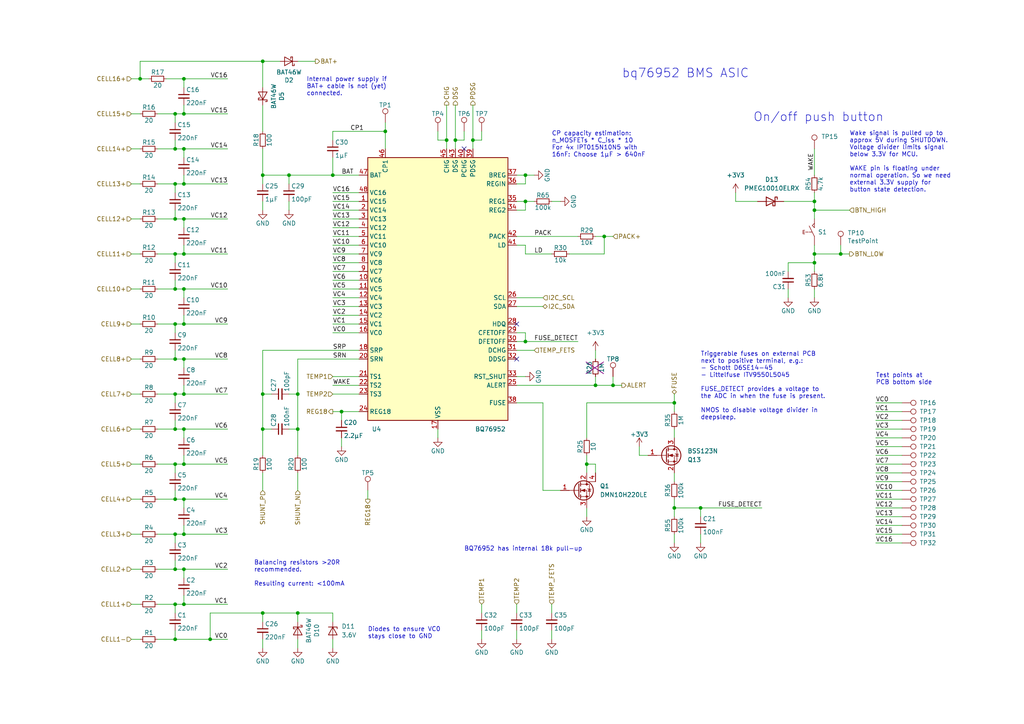
<source format=kicad_sch>
(kicad_sch (version 20211123) (generator eeschema)
  (paper "A4")
  (title_block (title "Libre Solar BMS C1") (date "2022-08-27") (rev "0.3") (company "Libre Solar Technologies GmbH") (comment 1 "Website: https://libre.solar") (comment 2 "Author: Martin Jäger") (comment 3 "License: CERN-OHL-W"))
  (junction (at 152.4 58.42))
  (junction (at 76.2 177.8))
  (junction (at 53.34 22.86) (diameter 0.9144))
  (junction (at 50.8 53.34) (diameter 0.9144))
  (junction (at 53.34 134.62) (diameter 0.9144))
  (junction (at 50.8 93.98) (diameter 0.9144))
  (junction (at 50.8 63.5) (diameter 0.9144))
  (junction (at 53.34 83.82) (diameter 0.9144))
  (junction (at 152.4 50.8))
  (junction (at 50.8 114.3) (diameter 0.9144))
  (junction (at 50.8 185.42) (diameter 0.9144))
  (junction (at 50.8 124.46) (diameter 0.9144))
  (junction (at 60.96 185.42) (diameter 0.9144))
  (junction (at 129.54 40.64))
  (junction (at 76.2 50.8) (diameter 0.9144))
  (junction (at 86.36 124.46) (diameter 0.9144))
  (junction (at 177.8 111.76))
  (junction (at 76.2 17.78))
  (junction (at 195.58 116.84))
  (junction (at 53.34 93.98) (diameter 0.9144))
  (junction (at 76.2 124.46) (diameter 0.9144))
  (junction (at 53.34 104.14) (diameter 0.9144))
  (junction (at 152.4 99.06))
  (junction (at 53.34 53.34) (diameter 0.9144))
  (junction (at 83.82 50.8) (diameter 0.9144))
  (junction (at 172.72 111.76))
  (junction (at 137.16 40.64))
  (junction (at 53.34 63.5) (diameter 0.9144))
  (junction (at 50.8 134.62) (diameter 0.9144))
  (junction (at 175.26 68.58))
  (junction (at 53.34 175.26) (diameter 0.9144))
  (junction (at 53.34 154.94) (diameter 0.9144))
  (junction (at 50.8 165.1) (diameter 0.9144))
  (junction (at 236.22 60.96))
  (junction (at 170.18 134.62))
  (junction (at 86.36 114.3))
  (junction (at 53.34 124.46) (diameter 0.9144))
  (junction (at 50.8 83.82) (diameter 0.9144))
  (junction (at 50.8 144.78) (diameter 0.9144))
  (junction (at 53.34 43.18) (diameter 0.9144))
  (junction (at 96.52 50.8) (diameter 0.9144))
  (junction (at 86.36 177.8))
  (junction (at 40.64 22.86) (diameter 0.9144))
  (junction (at 50.8 154.94) (diameter 0.9144))
  (junction (at 50.8 104.14) (diameter 0.9144))
  (junction (at 236.22 76.2))
  (junction (at 236.22 73.66) (diameter 0.9144))
  (junction (at 99.06 119.38))
  (junction (at 50.8 175.26) (diameter 0.9144))
  (junction (at 111.76 38.1) (diameter 0.9144))
  (junction (at 195.58 147.32))
  (junction (at 243.84 73.66))
  (junction (at 53.34 114.3) (diameter 0.9144))
  (junction (at 132.08 40.64))
  (junction (at 50.8 43.18) (diameter 0.9144))
  (junction (at 50.8 73.66) (diameter 0.9144))
  (junction (at 76.2 114.3) (diameter 0.9144))
  (junction (at 236.22 58.42))
  (junction (at 203.2 147.32))
  (junction (at 53.34 144.78) (diameter 0.9144))
  (junction (at 50.8 33.02) (diameter 0.9144))
  (junction (at 53.34 33.02) (diameter 0.9144))
  (junction (at 53.34 73.66) (diameter 0.9144))
  (junction (at 53.34 165.1) (diameter 0.9144))
  (no_connect (at 149.86 93.98))
  (no_connect (at 149.86 104.14))
  (no_connect (at 134.62 43.18))
  (wire (pts (xy 149.86 182.88) (xy 149.86 185.42)))
  (wire (pts (xy 104.14 119.38) (xy 99.06 119.38)))
  (wire (pts (xy 45.72 144.78) (xy 50.8 144.78)))
  (wire (pts (xy 50.8 144.78) (xy 50.8 142.24)))
  (wire (pts (xy 53.34 33.02) (xy 66.04 33.02)))
  (wire (pts (xy 50.8 93.98) (xy 50.8 96.52)))
  (wire (pts (xy 96.52 109.22) (xy 104.14 109.22)))
  (wire (pts (xy 254 119.38) (xy 261.62 119.38)))
  (wire (pts (xy 83.82 124.46) (xy 86.36 124.46)))
  (wire (pts (xy 86.36 137.16) (xy 86.36 142.24)))
  (wire (pts (xy 165.1 73.66) (xy 175.26 73.66)))
  (wire (pts (xy 50.8 33.02) (xy 50.8 35.56)))
  (wire (pts (xy 243.84 73.66) (xy 246.38 73.66)))
  (wire (pts (xy 86.36 177.8) (xy 86.36 180.34)))
  (wire (pts (xy 149.86 86.36) (xy 157.48 86.36)))
  (wire (pts (xy 45.72 154.94) (xy 50.8 154.94)))
  (wire (pts (xy 50.8 154.94) (xy 53.34 154.94)))
  (wire (pts (xy 53.34 154.94) (xy 53.34 152.4)))
  (wire (pts (xy 254 129.54) (xy 261.62 129.54)))
  (wire (pts (xy 213.36 55.88) (xy 213.36 58.42)))
  (wire (pts (xy 45.72 83.82) (xy 50.8 83.82)))
  (wire (pts (xy 50.8 83.82) (xy 50.8 81.28)))
  (wire (pts (xy 149.86 99.06) (xy 152.4 99.06)))
  (wire (pts (xy 45.72 114.3) (xy 50.8 114.3)))
  (wire (pts (xy 50.8 114.3) (xy 53.34 114.3)))
  (wire (pts (xy 53.34 114.3) (xy 53.34 111.76)))
  (wire (pts (xy 96.52 119.38) (xy 99.06 119.38)))
  (wire (pts (xy 160.02 58.42) (xy 162.56 58.42)))
  (wire (pts (xy 139.7 40.64) (xy 137.16 40.64)))
  (wire (pts (xy 254 154.94) (xy 261.62 154.94)))
  (wire (pts (xy 45.72 63.5) (xy 50.8 63.5)))
  (wire (pts (xy 50.8 63.5) (xy 50.8 60.96)))
  (wire (pts (xy 86.36 104.14) (xy 86.36 114.3)))
  (wire (pts (xy 104.14 104.14) (xy 86.36 104.14)))
  (wire (pts (xy 254 144.78) (xy 261.62 144.78)))
  (wire (pts (xy 96.52 58.42) (xy 104.14 58.42)))
  (wire (pts (xy 195.58 154.94) (xy 195.58 157.48)))
  (wire (pts (xy 53.34 175.26) (xy 66.04 175.26)))
  (wire (pts (xy 96.52 88.9) (xy 104.14 88.9)))
  (wire (pts (xy 53.34 83.82) (xy 66.04 83.82)))
  (wire (pts (xy 170.18 134.62) (xy 172.72 134.62)))
  (wire (pts (xy 152.4 50.8) (xy 154.94 50.8)))
  (wire (pts (xy 53.34 83.82) (xy 50.8 83.82)))
  (wire (pts (xy 53.34 86.36) (xy 53.34 83.82)))
  (wire (pts (xy 195.58 114.3) (xy 195.58 116.84)))
  (wire (pts (xy 40.64 22.86) (xy 40.64 17.78)))
  (wire (pts (xy 152.4 96.52) (xy 152.4 99.06)))
  (wire (pts (xy 38.1 33.02) (xy 40.64 33.02)))
  (wire (pts (xy 53.34 165.1) (xy 66.04 165.1)))
  (wire (pts (xy 254 121.92) (xy 261.62 121.92)))
  (wire (pts (xy 236.22 43.18) (xy 236.22 50.8)))
  (wire (pts (xy 96.52 38.1) (xy 111.76 38.1)))
  (wire (pts (xy 96.52 40.64) (xy 96.52 38.1)))
  (wire (pts (xy 111.76 38.1) (xy 111.76 43.18)))
  (wire (pts (xy 149.86 96.52) (xy 152.4 96.52)))
  (wire (pts (xy 50.8 53.34) (xy 50.8 55.88)))
  (wire (pts (xy 195.58 147.32) (xy 203.2 147.32)))
  (wire (pts (xy 38.1 114.3) (xy 40.64 114.3)))
  (wire (pts (xy 96.52 60.96) (xy 104.14 60.96)))
  (wire (pts (xy 254 147.32) (xy 261.62 147.32)))
  (wire (pts (xy 172.72 109.22) (xy 172.72 111.76)))
  (wire (pts (xy 127 40.64) (xy 129.54 40.64)))
  (wire (pts (xy 149.86 50.8) (xy 152.4 50.8)))
  (wire (pts (xy 45.72 43.18) (xy 50.8 43.18)))
  (wire (pts (xy 50.8 43.18) (xy 50.8 40.64)))
  (wire (pts (xy 152.4 60.96) (xy 152.4 58.42)))
  (wire (pts (xy 53.34 104.14) (xy 66.04 104.14)))
  (wire (pts (xy 96.52 111.76) (xy 104.14 111.76)))
  (wire (pts (xy 38.1 83.82) (xy 40.64 83.82)))
  (wire (pts (xy 254 157.48) (xy 261.62 157.48)))
  (wire (pts (xy 254 137.16) (xy 261.62 137.16)))
  (wire (pts (xy 152.4 99.06) (xy 167.64 99.06)))
  (wire (pts (xy 236.22 76.2) (xy 236.22 78.74)))
  (wire (pts (xy 96.52 177.8) (xy 96.52 180.34)))
  (wire (pts (xy 38.1 144.78) (xy 40.64 144.78)))
  (wire (pts (xy 177.8 111.76) (xy 180.34 111.76)))
  (wire (pts (xy 172.72 134.62) (xy 172.72 137.16)))
  (wire (pts (xy 203.2 147.32) (xy 203.2 149.86)))
  (wire (pts (xy 96.52 76.2) (xy 104.14 76.2)))
  (wire (pts (xy 50.8 175.26) (xy 50.8 177.8)))
  (wire (pts (xy 236.22 60.96) (xy 246.38 60.96)))
  (wire (pts (xy 170.18 134.62) (xy 170.18 137.16)))
  (wire (pts (xy 45.72 124.46) (xy 50.8 124.46)))
  (wire (pts (xy 50.8 124.46) (xy 50.8 121.92)))
  (wire (pts (xy 254 134.62) (xy 261.62 134.62)))
  (wire (pts (xy 76.2 185.42) (xy 76.2 187.96)))
  (wire (pts (xy 203.2 154.94) (xy 203.2 157.48)))
  (wire (pts (xy 228.6 76.2) (xy 236.22 76.2)))
  (wire (pts (xy 50.8 185.42) (xy 60.96 185.42)))
  (wire (pts (xy 60.96 185.42) (xy 66.04 185.42)))
  (wire (pts (xy 50.8 104.14) (xy 53.34 104.14)))
  (wire (pts (xy 53.34 104.14) (xy 53.34 106.68)))
  (wire (pts (xy 38.1 124.46) (xy 40.64 124.46)))
  (wire (pts (xy 53.34 63.5) (xy 66.04 63.5)))
  (wire (pts (xy 86.36 185.42) (xy 86.36 187.96)))
  (wire (pts (xy 60.96 177.8) (xy 76.2 177.8)))
  (wire (pts (xy 236.22 73.66) (xy 243.84 73.66)))
  (wire (pts (xy 53.34 53.34) (xy 66.04 53.34)))
  (wire (pts (xy 254 142.24) (xy 261.62 142.24)))
  (wire (pts (xy 96.52 185.42) (xy 96.52 187.96)))
  (wire (pts (xy 76.2 114.3) (xy 76.2 124.46)))
  (wire (pts (xy 254 116.84) (xy 261.62 116.84)))
  (wire (pts (xy 96.52 114.3) (xy 104.14 114.3)))
  (wire (pts (xy 96.52 81.28) (xy 104.14 81.28)))
  (wire (pts (xy 149.86 111.76) (xy 172.72 111.76)))
  (wire (pts (xy 149.86 58.42) (xy 152.4 58.42)))
  (wire (pts (xy 134.62 40.64) (xy 132.08 40.64)))
  (wire (pts (xy 96.52 73.66) (xy 104.14 73.66)))
  (wire (pts (xy 149.86 53.34) (xy 152.4 53.34)))
  (wire (pts (xy 172.72 101.6) (xy 172.72 104.14)))
  (wire (pts (xy 175.26 68.58) (xy 175.26 73.66)))
  (wire (pts (xy 96.52 91.44) (xy 104.14 91.44)))
  (wire (pts (xy 76.2 124.46) (xy 78.74 124.46)))
  (wire (pts (xy 149.86 101.6) (xy 154.94 101.6)))
  (wire (pts (xy 38.1 175.26) (xy 40.64 175.26)))
  (wire (pts (xy 83.82 50.8) (xy 96.52 50.8)))
  (wire (pts (xy 50.8 154.94) (xy 50.8 157.48)))
  (wire (pts (xy 149.86 116.84) (xy 157.48 116.84)))
  (wire (pts (xy 185.42 132.08) (xy 185.42 129.54)))
  (wire (pts (xy 254 149.86) (xy 261.62 149.86)))
  (wire (pts (xy 160.02 175.26) (xy 160.02 177.8)))
  (wire (pts (xy 53.34 124.46) (xy 66.04 124.46)))
  (wire (pts (xy 228.6 83.82) (xy 228.6 86.36)))
  (wire (pts (xy 76.2 114.3) (xy 78.74 114.3)))
  (wire (pts (xy 172.72 68.58) (xy 175.26 68.58)))
  (wire (pts (xy 96.52 63.5) (xy 104.14 63.5)))
  (wire (pts (xy 170.18 147.32) (xy 170.18 149.86)))
  (wire (pts (xy 96.52 83.82) (xy 104.14 83.82)))
  (wire (pts (xy 106.68 142.24) (xy 106.68 144.78)))
  (wire (pts (xy 96.52 66.04) (xy 104.14 66.04)))
  (wire (pts (xy 53.34 154.94) (xy 66.04 154.94)))
  (wire (pts (xy 50.8 144.78) (xy 53.34 144.78)))
  (wire (pts (xy 53.34 144.78) (xy 53.34 147.32)))
  (wire (pts (xy 149.86 175.26) (xy 149.86 177.8)))
  (wire (pts (xy 96.52 96.52) (xy 104.14 96.52)))
  (wire (pts (xy 76.2 177.8) (xy 86.36 177.8)))
  (wire (pts (xy 139.7 182.88) (xy 139.7 185.42)))
  (wire (pts (xy 152.4 73.66) (xy 160.02 73.66)))
  (wire (pts (xy 40.64 17.78) (xy 76.2 17.78)))
  (wire (pts (xy 76.2 17.78) (xy 76.2 25.4)))
  (wire (pts (xy 254 139.7) (xy 261.62 139.7)))
  (wire (pts (xy 50.8 134.62) (xy 50.8 137.16)))
  (wire (pts (xy 99.06 119.38) (xy 99.06 121.92)))
  (wire (pts (xy 96.52 55.88) (xy 104.14 55.88)))
  (wire (pts (xy 50.8 63.5) (xy 53.34 63.5)))
  (wire (pts (xy 53.34 63.5) (xy 53.34 66.04)))
  (wire (pts (xy 53.34 22.86) (xy 66.04 22.86)))
  (wire (pts (xy 38.1 63.5) (xy 40.64 63.5)))
  (wire (pts (xy 236.22 58.42) (xy 236.22 60.96)))
  (wire (pts (xy 45.72 33.02) (xy 50.8 33.02)))
  (wire (pts (xy 50.8 33.02) (xy 53.34 33.02)))
  (wire (pts (xy 53.34 33.02) (xy 53.34 30.48)))
  (wire (pts (xy 38.1 93.98) (xy 40.64 93.98)))
  (wire (pts (xy 152.4 50.8) (xy 152.4 53.34)))
  (wire (pts (xy 96.52 93.98) (xy 104.14 93.98)))
  (wire (pts (xy 152.4 71.12) (xy 149.86 71.12)))
  (wire (pts (xy 134.62 38.1) (xy 134.62 40.64)))
  (wire (pts (xy 195.58 116.84) (xy 170.18 116.84)))
  (wire (pts (xy 53.34 144.78) (xy 66.04 144.78)))
  (wire (pts (xy 149.86 68.58) (xy 167.64 68.58)))
  (wire (pts (xy 76.2 101.6) (xy 76.2 114.3)))
  (wire (pts (xy 104.14 101.6) (xy 76.2 101.6)))
  (wire (pts (xy 149.86 88.9) (xy 157.48 88.9)))
  (wire (pts (xy 195.58 144.78) (xy 195.58 147.32)))
  (wire (pts (xy 53.34 134.62) (xy 66.04 134.62)))
  (wire (pts (xy 96.52 78.74) (xy 104.14 78.74)))
  (wire (pts (xy 76.2 58.42) (xy 76.2 60.96)))
  (wire (pts (xy 236.22 83.82) (xy 236.22 86.36)))
  (wire (pts (xy 83.82 58.42) (xy 83.82 60.96)))
  (wire (pts (xy 170.18 116.84) (xy 170.18 127)))
  (wire (pts (xy 139.7 175.26) (xy 139.7 177.8)))
  (wire (pts (xy 76.2 17.78) (xy 81.28 17.78)))
  (wire (pts (xy 45.72 93.98) (xy 50.8 93.98)))
  (wire (pts (xy 50.8 93.98) (xy 53.34 93.98)))
  (wire (pts (xy 53.34 93.98) (xy 53.34 91.44)))
  (wire (pts (xy 254 127) (xy 261.62 127)))
  (wire (pts (xy 38.1 104.14) (xy 40.64 104.14)))
  (wire (pts (xy 76.2 30.48) (xy 76.2 38.1)))
  (wire (pts (xy 86.36 124.46) (xy 86.36 132.08)))
  (wire (pts (xy 38.1 22.86) (xy 40.64 22.86)))
  (wire (pts (xy 40.64 22.86) (xy 43.18 22.86)))
  (wire (pts (xy 170.18 132.08) (xy 170.18 134.62)))
  (wire (pts (xy 172.72 111.76) (xy 177.8 111.76)))
  (wire (pts (xy 132.08 30.48) (xy 132.08 40.64)))
  (wire (pts (xy 137.16 40.64) (xy 137.16 43.18)))
  (wire (pts (xy 38.1 185.42) (xy 40.64 185.42)))
  (wire (pts (xy 139.7 38.1) (xy 139.7 40.64)))
  (wire (pts (xy 45.72 73.66) (xy 50.8 73.66)))
  (wire (pts (xy 50.8 73.66) (xy 53.34 73.66)))
  (wire (pts (xy 53.34 73.66) (xy 53.34 71.12)))
  (wire (pts (xy 236.22 71.12) (xy 236.22 73.66)))
  (wire (pts (xy 53.34 93.98) (xy 66.04 93.98)))
  (wire (pts (xy 50.8 73.66) (xy 50.8 76.2)))
  (wire (pts (xy 50.8 43.18) (xy 53.34 43.18)))
  (wire (pts (xy 53.34 43.18) (xy 53.34 45.72)))
  (wire (pts (xy 152.4 73.66) (xy 152.4 71.12)))
  (wire (pts (xy 86.36 114.3) (xy 86.36 124.46)))
  (wire (pts (xy 48.26 22.86) (xy 53.34 22.86)))
  (wire (pts (xy 53.34 22.86) (xy 53.34 25.4)))
  (wire (pts (xy 38.1 134.62) (xy 40.64 134.62)))
  (wire (pts (xy 127 124.46) (xy 127 127)))
  (wire (pts (xy 76.2 124.46) (xy 76.2 132.08)))
  (wire (pts (xy 129.54 40.64) (xy 129.54 43.18)))
  (wire (pts (xy 38.1 53.34) (xy 40.64 53.34)))
  (wire (pts (xy 83.82 114.3) (xy 86.36 114.3)))
  (wire (pts (xy 254 132.08) (xy 261.62 132.08)))
  (wire (pts (xy 152.4 58.42) (xy 154.94 58.42)))
  (wire (pts (xy 127 38.1) (xy 127 40.64)))
  (wire (pts (xy 38.1 73.66) (xy 40.64 73.66)))
  (wire (pts (xy 53.34 73.66) (xy 66.04 73.66)))
  (wire (pts (xy 45.72 53.34) (xy 50.8 53.34)))
  (wire (pts (xy 50.8 53.34) (xy 53.34 53.34)))
  (wire (pts (xy 53.34 53.34) (xy 53.34 50.8)))
  (wire (pts (xy 86.36 177.8) (xy 96.52 177.8)))
  (wire (pts (xy 99.06 127) (xy 99.06 129.54)))
  (wire (pts (xy 254 124.46) (xy 261.62 124.46)))
  (wire (pts (xy 45.72 185.42) (xy 50.8 185.42)))
  (wire (pts (xy 50.8 185.42) (xy 50.8 182.88)))
  (wire (pts (xy 76.2 180.34) (xy 76.2 177.8)))
  (wire (pts (xy 50.8 124.46) (xy 53.34 124.46)))
  (wire (pts (xy 53.34 124.46) (xy 53.34 127)))
  (wire (pts (xy 236.22 60.96) (xy 236.22 63.5)))
  (wire (pts (xy 243.84 71.12) (xy 243.84 73.66)))
  (wire (pts (xy 50.8 114.3) (xy 50.8 116.84)))
  (wire (pts (xy 149.86 109.22) (xy 152.4 109.22)))
  (wire (pts (xy 160.02 182.88) (xy 160.02 185.42)))
  (wire (pts (xy 45.72 104.14) (xy 50.8 104.14)))
  (wire (pts (xy 50.8 104.14) (xy 50.8 101.6)))
  (wire (pts (xy 76.2 50.8) (xy 83.82 50.8)))
  (wire (pts (xy 76.2 53.34) (xy 76.2 50.8)))
  (wire (pts (xy 83.82 50.8) (xy 83.82 53.34)))
  (wire (pts (xy 195.58 147.32) (xy 195.58 149.86)))
  (wire (pts (xy 96.52 86.36) (xy 104.14 86.36)))
  (wire (pts (xy 254 152.4) (xy 261.62 152.4)))
  (wire (pts (xy 53.34 165.1) (xy 50.8 165.1)))
  (wire (pts (xy 53.34 167.64) (xy 53.34 165.1)))
  (wire (pts (xy 157.48 116.84) (xy 157.48 142.24)))
  (wire (pts (xy 187.96 132.08) (xy 185.42 132.08)))
  (wire (pts (xy 60.96 177.8) (xy 60.96 185.42)))
  (wire (pts (xy 45.72 165.1) (xy 50.8 165.1)))
  (wire (pts (xy 50.8 165.1) (xy 50.8 162.56)))
  (wire (pts (xy 111.76 35.56) (xy 111.76 38.1)))
  (wire (pts (xy 45.72 134.62) (xy 50.8 134.62)))
  (wire (pts (xy 50.8 134.62) (xy 53.34 134.62)))
  (wire (pts (xy 53.34 134.62) (xy 53.34 132.08)))
  (wire (pts (xy 76.2 137.16) (xy 76.2 142.24)))
  (wire (pts (xy 195.58 124.46) (xy 195.58 127)))
  (wire (pts (xy 132.08 40.64) (xy 132.08 43.18)))
  (wire (pts (xy 228.6 78.74) (xy 228.6 76.2)))
  (wire (pts (xy 96.52 68.58) (xy 104.14 68.58)))
  (wire (pts (xy 76.2 43.18) (xy 76.2 50.8)))
  (wire (pts (xy 38.1 43.18) (xy 40.64 43.18)))
  (wire (pts (xy 137.16 30.48) (xy 137.16 40.64)))
  (wire (pts (xy 129.54 30.48) (xy 129.54 40.64)))
  (wire (pts (xy 38.1 165.1) (xy 40.64 165.1)))
  (wire (pts (xy 177.8 109.22) (xy 177.8 111.76)))
  (wire (pts (xy 213.36 58.42) (xy 219.71 58.42)))
  (wire (pts (xy 38.1 154.94) (xy 40.64 154.94)))
  (wire (pts (xy 45.72 175.26) (xy 50.8 175.26)))
  (wire (pts (xy 50.8 175.26) (xy 53.34 175.26)))
  (wire (pts (xy 53.34 175.26) (xy 53.34 172.72)))
  (wire (pts (xy 96.52 71.12) (xy 104.14 71.12)))
  (wire (pts (xy 227.33 58.42) (xy 236.22 58.42)))
  (wire (pts (xy 195.58 119.38) (xy 195.58 116.84)))
  (wire (pts (xy 203.2 147.32) (xy 220.98 147.32)))
  (wire (pts (xy 236.22 55.88) (xy 236.22 58.42)))
  (wire (pts (xy 149.86 60.96) (xy 152.4 60.96)))
  (wire (pts (xy 96.52 50.8) (xy 96.52 45.72)))
  (wire (pts (xy 104.14 50.8) (xy 96.52 50.8)))
  (wire (pts (xy 86.36 17.78) (xy 91.44 17.78)))
  (wire (pts (xy 175.26 68.58) (xy 177.8 68.58)))
  (wire (pts (xy 53.34 43.18) (xy 66.04 43.18)))
  (wire (pts (xy 195.58 137.16) (xy 195.58 139.7)))
  (wire (pts (xy 53.34 114.3) (xy 66.04 114.3)))
  (wire (pts (xy 162.56 142.24) (xy 157.48 142.24)))
  (wire (pts (xy 236.22 73.66) (xy 236.22 76.2)))
  (text "BQ76952 has internal 18k pull-up" (at 134.62 160.02 0) (effects (font (size 1.27 1.27)) (justify left bottom)))
  (text "CP capacity estimation:\nn_MOSFETs * C_iss * 10\nFor 4x IPT015N10N5 with\n16nF: Choose 1µF > 640nF\n" (at 160.02 45.72 0) (effects (font (size 1.27 1.27)) (justify left bottom)))
  (text "Test points at \nPCB bottom side" (at 254 111.76 0) (effects (font (size 1.27 1.27)) (justify left bottom)))
  (text "bq76952 BMS ASIC" (at 180.34 22.86 0) (effects (font (size 2.54 2.54)) (justify left bottom)))
  (text "Wake signal is pulled up to\napprox 5V during SHUTDOWN.\nVoltage divider limits signal\nbelow 3.3V for MCU.\n\nWAKE pin is floating under\nnormal operation. So we need\nexternal 3.3V supply for\nbutton state detection." (at 246.38 55.88 0) (effects (font (size 1.27 1.27)) (justify left bottom)))
  (text "On/off push button" (at 218.44 35.56 0) (effects (font (size 2.54 2.54)) (justify left bottom)))
  (text "Triggerable fuses on external PCB\nnext to positive terminal, e.g.:\n- Schott D6SE14-45\n- Littelfuse ITV9550L5045\n\nFUSE_DETECT provides a voltage to\nthe ADC in when the fuse is present.\n\nNMOS to disable voltage divider in\ndeepsleep." (at 203.2 121.92 0) (effects (font (size 1.27 1.27)) (justify left bottom)))
  (text "Balancing resistors >20R\nrecommended.\n\nResulting current: <100mA" (at 73.66 170.18 0) (effects (font (size 1.27 1.27)) (justify left bottom)))
  (text "Internal power supply if\nBAT+ cable is not (yet)\nconnected." (at 88.9 27.94 0) (effects (font (size 1.27 1.27)) (justify left bottom)))
  (text "Diodes to ensure VC0\nstays close to GND" (at 106.68 185.42 0) (effects (font (size 1.27 1.27)) (justify left bottom)))
  (label "SRN" (at 96.52 104.14 0))
  (label "VC13" (at 96.52 63.5 0))
  (label "VC5" (at 66.04 134.62 180))
  (label "VC8" (at 96.52 76.2 0))
  (label "VC14" (at 96.52 60.96 0))
  (label "PACK" (at 154.94 68.58 0))
  (label "VC13" (at 254 149.86 0))
  (label "VC6" (at 66.04 124.46 180))
  (label "VC10" (at 66.04 83.82 180))
  (label "VC11" (at 66.04 73.66 180))
  (label "VC15" (at 254 154.94 0))
  (label "VC12" (at 66.04 63.5 180))
  (label "VC12" (at 254 147.32 0))
  (label "VC7" (at 254 134.62 0))
  (label "VC9" (at 96.52 73.66 0))
  (label "VC2" (at 66.04 165.1 180))
  (label "SRP" (at 96.52 101.6 0))
  (label "VC2" (at 254 121.92 0))
  (label "WAKE" (at 236.22 49.53 90))
  (label "FUSE_DETECT" (at 220.98 147.32 180))
  (label "VC8" (at 66.04 104.14 180))
  (label "VC9" (at 254 139.7 0))
  (label "VC1" (at 96.52 93.98 0))
  (label "VC3" (at 96.52 88.9 0))
  (label "FUSE_DETECT" (at 167.64 99.06 180))
  (label "VC6" (at 254 132.08 0))
  (label "VC16" (at 66.04 22.86 180))
  (label "VC12" (at 96.52 66.04 0))
  (label "VC0" (at 254 116.84 0))
  (label "CP1" (at 101.6 38.1 0))
  (label "WAKE" (at 96.52 111.76 0))
  (label "VC1" (at 254 119.38 0))
  (label "VC0" (at 66.04 185.42 180))
  (label "VC0" (at 96.52 96.52 0))
  (label "VC3" (at 254 124.46 0))
  (label "VC10" (at 96.52 71.12 0))
  (label "VC2" (at 96.52 91.44 0))
  (label "VC14" (at 66.04 43.18 180))
  (label "VC4" (at 66.04 144.78 180))
  (label "VC16" (at 254 157.48 0))
  (label "VC8" (at 254 137.16 0))
  (label "VC11" (at 96.52 68.58 0))
  (label "VC5" (at 254 129.54 0))
  (label "LD" (at 154.94 73.66 0))
  (label "BAT" (at 99.06 50.8 0))
  (label "VC1" (at 66.04 175.26 180))
  (label "VC15" (at 96.52 58.42 0))
  (label "VC4" (at 254 127 0))
  (label "VC13" (at 66.04 53.34 180))
  (label "VC10" (at 254 142.24 0))
  (label "VC14" (at 254 152.4 0))
  (label "VC7" (at 96.52 78.74 0))
  (label "VC3" (at 66.04 154.94 180))
  (label "VC5" (at 96.52 83.82 0))
  (label "VC9" (at 66.04 93.98 180))
  (label "VC4" (at 96.52 86.36 0))
  (label "VC6" (at 96.52 81.28 0))
  (label "VC11" (at 254 144.78 0))
  (label "VC15" (at 66.04 33.02 180))
  (label "VC7" (at 66.04 114.3 180))
  (label "VC16" (at 96.52 55.88 0))
  (hierarchical_label "CELL5+" (shape input) (at 38.1 134.62 180))
  (hierarchical_label "CELL9+" (shape input) (at 38.1 93.98 180))
  (hierarchical_label "CELL11+" (shape input) (at 38.1 73.66 180))
  (hierarchical_label "PDSG" (shape output) (at 137.16 30.48 90))
  (hierarchical_label "TEMP_FETS" (shape input) (at 160.02 175.26 90))
  (hierarchical_label "TEMP_FETS" (shape input) (at 154.94 101.6 0))
  (hierarchical_label "REG18" (shape output) (at 96.52 119.38 180))
  (hierarchical_label "CELL13+" (shape input) (at 38.1 53.34 180))
  (hierarchical_label "CELL4+" (shape input) (at 38.1 144.78 180))
  (hierarchical_label "CELL16+" (shape input) (at 38.1 22.86 180))
  (hierarchical_label "TEMP2" (shape input) (at 96.52 114.3 180))
  (hierarchical_label "CHG" (shape output) (at 129.54 30.48 90))
  (hierarchical_label "CELL8+" (shape input) (at 38.1 104.14 180))
  (hierarchical_label "CELL15+" (shape input) (at 38.1 33.02 180))
  (hierarchical_label "CELL1-" (shape input) (at 38.1 185.42 180))
  (hierarchical_label "BAT+" (shape output) (at 91.44 17.78 0))
  (hierarchical_label "CELL10+" (shape input) (at 38.1 83.82 180))
  (hierarchical_label "TEMP2" (shape input) (at 149.86 175.26 90))
  (hierarchical_label "FUSE" (shape bidirectional) (at 195.58 114.3 90))
  (hierarchical_label "SHUNT_P" (shape input) (at 76.2 142.24 270))
  (hierarchical_label "CELL7+" (shape input) (at 38.1 114.3 180))
  (hierarchical_label "CELL6+" (shape input) (at 38.1 124.46 180))
  (hierarchical_label "ALERT" (shape output) (at 180.34 111.76 0))
  (hierarchical_label "PACK+" (shape input) (at 177.8 68.58 0))
  (hierarchical_label "CELL1+" (shape input) (at 38.1 175.26 180))
  (hierarchical_label "I2C_SCL" (shape input) (at 157.48 86.36 0))
  (hierarchical_label "REG18" (shape output) (at 106.68 144.78 270))
  (hierarchical_label "DSG" (shape output) (at 132.08 30.48 90))
  (hierarchical_label "CELL14+" (shape input) (at 38.1 43.18 180))
  (hierarchical_label "BTN_LOW" (shape output) (at 246.38 73.66 0))
  (hierarchical_label "CELL2+" (shape input) (at 38.1 165.1 180))
  (hierarchical_label "SHUNT_N" (shape input) (at 86.36 142.24 270))
  (hierarchical_label "BTN_HIGH" (shape input) (at 246.38 60.96 0))
  (hierarchical_label "CELL12+" (shape input) (at 38.1 63.5 180))
  (hierarchical_label "CELL3+" (shape input) (at 38.1 154.94 180))
  (hierarchical_label "I2C_SDA" (shape bidirectional) (at 157.48 88.9 0))
  (hierarchical_label "TEMP1" (shape input) (at 96.52 109.22 180))
  (hierarchical_label "TEMP1" (shape input) (at 139.7 175.26 90))
  (symbol (lib_id "LibreSolar:C") (at 81.28 114.3 90) (unit 1)
    (property "Reference" "C27" (at 79.375 113.665 0) (effects (justify left)))
    (property "Value" "100pF" (at 83.185 113.665 0) (effects (justify left)))
    (property "Footprint" "LibreSolar:C_0603_1608" (effects hide))
    (property "Manufacturer" "any" (effects hide))
    (property "Remarks" "100V, C0G/NP0" (effects hide))
  )
  (symbol (lib_id "LibreSolar:R") (at 43.18 185.42 90) (mirror x) (unit 1)
    (property "Reference" "R1" (at 43.18 183.515 90))
    (property "Value" "20" (at 43.18 187.325 90))
    (property "Footprint" "LibreSolar:R_2010_5025" (effects hide))
    (property "Manufacturer" "Yageo" (effects hide))
    (property "PartNumber" "RC2010JK-0720RL" (effects hide))
  )
  (symbol (lib_id "LibreSolar:C") (at 50.8 180.34 0) (unit 1)
    (property "Reference" "C1" (at 51.435 178.435 0) (effects (justify left)))
    (property "Value" "220nF" (at 51.435 182.245 0) (effects (justify left)))
    (property "Footprint" "LibreSolar:C_0603_1608" (effects hide))
    (property "Manufacturer" "any" (effects hide))
  )
  (symbol (lib_id "LibreSolar:SW_PUSH") (at 236.22 67.31 90) (unit 1)
    (property "Reference" "S1" (at 237.236 67.31 90) (effects (justify right)))
    (property "Value" "SW_PUSH" (effects hide))
    (property "Footprint" "Button_Switch_SMD:SW_SPST_TL3305A" (effects hide))
  )
  (symbol (lib_id "LibreSolar:R") (at 236.22 53.34 0) (mirror x) (unit 1)
    (property "Reference" "R54" (at 234.442 53.34 90))
    (property "Value" "4.7k" (at 237.998 53.34 90))
    (property "Footprint" "LibreSolar:R_0603_1608" (effects hide))
    (property "Manufacturer" "any" (effects hide))
  )
  (symbol (lib_id "LibreSolar:R") (at 236.22 81.28 0) (mirror x) (unit 1)
    (property "Reference" "R53" (at 234.442 81.28 90))
    (property "Value" "6.8k" (at 237.998 81.28 90))
    (property "Footprint" "LibreSolar:R_0603_1608" (effects hide))
    (property "Manufacturer" "any" (effects hide))
  )
  (symbol (lib_id "power:GND") (at 139.7 185.42 0) (unit 1)
    (property "Reference" "#PWR0109" (effects hide))
    (property "Value" "GND" (at 139.7 189.23 0))
  )
  (symbol (lib_id "LibreSolar:D_Schottky") (at 76.2 27.94 90) (unit 1)
    (property "Reference" "D5" (at 81.6864 27.94 0))
    (property "Value" "BAT46W" (at 79.375 27.94 0))
    (property "Footprint" "LibreSolar:D_SOD-123" (effects hide))
    (property "Manufacturer" "Diodes Incorporated" (effects hide))
    (property "PartNumber" "BAT46W-7-F" (effects hide))
    (property "Remarks" "Alternative: MCC BAT46WHE3-TP" (effects hide))
  )
  (symbol (lib_id "power:GND") (at 76.2 187.96 0) (unit 1)
    (property "Reference" "#PWR013" (effects hide))
    (property "Value" "GND" (at 76.2 191.77 0))
  )
  (symbol (lib_id "LibreSolar:R") (at 162.56 73.66 90) (mirror x) (unit 1)
    (property "Reference" "R30" (at 162.56 71.882 90))
    (property "Value" "10k" (at 162.56 75.438 90))
    (property "Footprint" "LibreSolar:R_0603_1608" (effects hide))
    (property "Manufacturer" "any" (effects hide))
  )
  (symbol (lib_id "Connector:TestPoint") (at 134.62 38.1 0) (mirror y) (unit 1)
    (property "Reference" "TP6" (at 134.62 33.02 0))
    (property "Value" "TestPoint" (effects hide))
    (property "Footprint" "TestPoint:TestPoint_Pad_D1.5mm" (effects hide))
  )
  (symbol (lib_id "LibreSolar:C") (at 50.8 38.1 0) (unit 1)
    (property "Reference" "C15" (at 51.435 36.195 0) (effects (justify left)))
    (property "Value" "220nF" (at 51.435 40.005 0) (effects (justify left)))
    (property "Footprint" "LibreSolar:C_0603_1608" (effects hide))
    (property "Manufacturer" "any" (effects hide))
  )
  (symbol (lib_id "LibreSolar:R") (at 43.18 114.3 90) (mirror x) (unit 1)
    (property "Reference" "R8" (at 43.18 112.395 90))
    (property "Value" "20" (at 43.18 116.205 90))
    (property "Footprint" "LibreSolar:R_2010_5025" (effects hide))
    (property "Manufacturer" "Yageo" (effects hide))
    (property "PartNumber" "RC2010JK-0720RL" (effects hide))
  )
  (symbol (lib_id "LibreSolar:C") (at 50.8 78.74 0) (unit 1)
    (property "Reference" "C11" (at 51.435 76.835 0) (effects (justify left)))
    (property "Value" "220nF" (at 51.435 80.645 0) (effects (justify left)))
    (property "Footprint" "LibreSolar:C_0603_1608" (effects hide))
    (property "Manufacturer" "any" (effects hide))
  )
  (symbol (lib_id "Connector:TestPoint") (at 177.8 109.22 0) (unit 1)
    (property "Reference" "TP8" (at 177.8 104.14 0))
    (property "Value" "TestPoint" (effects hide))
    (property "Footprint" "TestPoint:TestPoint_Pad_D1.5mm" (effects hide))
  )
  (symbol (lib_id "LibreSolar:R") (at 43.18 175.26 90) (mirror x) (unit 1)
    (property "Reference" "R2" (at 43.18 173.355 90))
    (property "Value" "20" (at 43.18 177.165 90))
    (property "Footprint" "LibreSolar:R_2010_5025" (effects hide))
    (property "Manufacturer" "Yageo" (effects hide))
    (property "PartNumber" "RC2010JK-0720RL" (effects hide))
  )
  (symbol (lib_id "LibreSolar:C") (at 53.34 48.26 0) (unit 1)
    (property "Reference" "C14" (at 53.975 46.355 0) (effects (justify left)))
    (property "Value" "220nF" (at 53.975 50.165 0) (effects (justify left)))
    (property "Footprint" "LibreSolar:C_0603_1608" (effects hide))
    (property "Manufacturer" "any" (effects hide))
  )
  (symbol (lib_id "power:GND") (at 154.94 50.8 90) (unit 1)
    (property "Reference" "#PWR0101" (effects hide))
    (property "Value" "GND" (at 158.75 50.8 0))
  )
  (symbol (lib_id "LibreSolar:C") (at 53.34 68.58 0) (unit 1)
    (property "Reference" "C12" (at 53.975 66.675 0) (effects (justify left)))
    (property "Value" "220nF" (at 53.975 70.485 0) (effects (justify left)))
    (property "Footprint" "LibreSolar:C_0603_1608" (effects hide))
    (property "Manufacturer" "any" (effects hide))
  )
  (symbol (lib_id "LibreSolar:C") (at 53.34 129.54 0) (unit 1)
    (property "Reference" "C6" (at 53.975 127.635 0) (effects (justify left)))
    (property "Value" "220nF" (at 53.975 131.445 0) (effects (justify left)))
    (property "Footprint" "LibreSolar:C_0603_1608" (effects hide))
    (property "Manufacturer" "any" (effects hide))
  )
  (symbol (lib_id "LibreSolar:R") (at 195.58 152.4 0) (mirror x) (unit 1)
    (property "Reference" "R55" (at 193.675 152.4 90))
    (property "Value" "100k" (at 197.485 152.4 90))
    (property "Footprint" "LibreSolar:R_0603_1608" (effects hide))
    (property "Manufacturer" "any" (effects hide))
  )
  (symbol (lib_id "LibreSolar:R") (at 76.2 134.62 0) (mirror x) (unit 1)
    (property "Reference" "R19" (at 74.295 134.62 90))
    (property "Value" "100" (at 78.105 134.62 90))
    (property "Footprint" "LibreSolar:R_0603_1608" (effects hide))
    (property "Manufacturer" "any" (effects hide))
  )
  (symbol (lib_id "Connector:TestPoint") (at 111.76 35.56 0) (unit 1)
    (property "Reference" "TP1" (at 111.76 30.48 0))
    (property "Value" "TestPoint" (effects hide))
    (property "Footprint" "TestPoint:TestPoint_Pad_D1.5mm" (effects hide))
  )
  (symbol (lib_id "power:GND") (at 86.36 187.96 0) (unit 1)
    (property "Reference" "#PWR0157" (effects hide))
    (property "Value" "GND" (at 86.36 191.77 0))
  )
  (symbol (lib_id "Connector:TestPoint") (at 261.62 121.92 270) (mirror x) (unit 1)
    (property "Reference" "TP18" (at 266.7 121.9201 90) (effects (justify left)))
    (property "Value" "TestPoint" (effects hide))
    (property "Footprint" "TestPoint:TestPoint_Pad_1.0x1.0mm" (effects hide))
  )
  (symbol (lib_id "LibreSolar:R") (at 43.18 93.98 90) (mirror x) (unit 1)
    (property "Reference" "R10" (at 43.18 92.075 90))
    (property "Value" "20" (at 43.18 95.885 90))
    (property "Footprint" "LibreSolar:R_2010_5025" (effects hide))
    (property "Manufacturer" "Yageo" (effects hide))
    (property "PartNumber" "RC2010JK-0720RL" (effects hide))
  )
  (symbol (lib_id "LibreSolar:R") (at 157.48 58.42 90) (mirror x) (unit 1)
    (property "Reference" "R65" (at 157.48 56.642 90))
    (property "Value" "100k" (at 157.48 60.198 90))
    (property "Footprint" "LibreSolar:R_0603_1608" (effects hide))
    (property "Manufacturer" "any" (effects hide))
  )
  (symbol (lib_id "Connector:TestPoint") (at 139.7 38.1 0) (unit 1)
    (property "Reference" "TP7" (at 139.7 33.02 0))
    (property "Value" "TestPoint" (effects hide))
    (property "Footprint" "TestPoint:TestPoint_Pad_D1.5mm" (effects hide))
  )
  (symbol (lib_id "Device:Q_NMOS_GSD") (at 193.04 132.08 0) (unit 1)
    (property "Reference" "Q13" (at 199.39 133.3501 0) (effects (justify left)))
    (property "Value" "BSS123N" (at 199.39 130.8101 0) (effects (justify left)))
    (property "Footprint" "LibreSolar:SOT-23" (effects hide))
    (property "Manufacturer" "any" (effects hide))
    (property "PartNumber" "BSS123N" (effects hide))
  )
  (symbol (lib_id "Connector:TestPoint") (at 261.62 127 270) (mirror x) (unit 1)
    (property "Reference" "TP20" (at 266.7 127.0001 90) (effects (justify left)))
    (property "Value" "TestPoint" (effects hide))
    (property "Footprint" "TestPoint:TestPoint_Pad_1.0x1.0mm" (effects hide))
  )
  (symbol (lib_id "Connector:TestPoint") (at 261.62 157.48 270) (mirror x) (unit 1)
    (property "Reference" "TP32" (at 266.7 157.4801 90) (effects (justify left)))
    (property "Value" "TestPoint" (effects hide))
    (property "Footprint" "TestPoint:TestPoint_Pad_1.0x1.0mm" (effects hide))
    (property "Reference" "TP32" (effects hide))
    (property "Value" "TestPoint" (effects hide))
  )
  (symbol (lib_id "LibreSolar:C") (at 76.2 55.88 0) (unit 1)
    (property "Reference" "C25" (at 76.835 53.975 0) (effects (justify left)))
    (property "Value" "1µF" (at 76.835 57.785 0) (effects (justify left)))
    (property "Footprint" "LibreSolar:C_1206_3216" (effects hide))
    (property "Manufacturer" "any" (effects hide))
    (property "Remarks" "100V, X7R" (effects hide))
  )
  (symbol (lib_id "power:GND") (at 152.4 109.22 90) (unit 1)
    (property "Reference" "#PWR0118" (effects hide))
    (property "Value" "GND" (at 156.21 109.22 0))
  )
  (symbol (lib_id "Connector:TestPoint") (at 261.62 116.84 270) (mirror x) (unit 1)
    (property "Reference" "TP16" (at 266.7 116.8401 90) (effects (justify left)))
    (property "Value" "TestPoint" (effects hide))
    (property "Footprint" "TestPoint:TestPoint_Pad_1.0x1.0mm" (effects hide))
  )
  (symbol (lib_id "LibreSolar:R") (at 45.72 22.86 90) (mirror x) (unit 1)
    (property "Reference" "R17" (at 45.72 20.955 90))
    (property "Value" "20" (at 45.72 24.765 90))
    (property "Footprint" "LibreSolar:R_2010_5025" (effects hide))
    (property "Manufacturer" "Yageo" (effects hide))
    (property "PartNumber" "RC2010JK-0720RL" (effects hide))
  )
  (symbol (lib_id "LibreSolar:C") (at 50.8 139.7 0) (unit 1)
    (property "Reference" "C5" (at 51.435 137.795 0) (effects (justify left)))
    (property "Value" "220nF" (at 51.435 141.605 0) (effects (justify left)))
    (property "Footprint" "LibreSolar:C_0603_1608" (effects hide))
    (property "Manufacturer" "any" (effects hide))
  )
  (symbol (lib_id "Connector:TestPoint") (at 106.68 142.24 0) (unit 1)
    (property "Reference" "TP5" (at 106.68 137.16 0))
    (property "Value" "TestPoint" (effects hide))
    (property "Footprint" "TestPoint:TestPoint_Pad_D1.5mm" (effects hide))
  )
  (symbol (lib_id "Connector:TestPoint") (at 261.62 129.54 270) (mirror x) (unit 1)
    (property "Reference" "TP21" (at 266.7 129.5401 90) (effects (justify left)))
    (property "Value" "TestPoint" (effects hide))
    (property "Footprint" "TestPoint:TestPoint_Pad_1.0x1.0mm" (effects hide))
  )
  (symbol (lib_id "power:GND") (at 160.02 185.42 0) (unit 1)
    (property "Reference" "#PWR03" (effects hide))
    (property "Value" "GND" (at 160.02 189.23 0))
  )
  (symbol (lib_id "LibreSolar:D_Schottky") (at 86.36 182.88 90) (mirror x) (unit 1)
    (property "Reference" "D10" (at 91.8464 182.88 0))
    (property "Value" "BAT46W" (at 89.535 182.88 0))
    (property "Footprint" "LibreSolar:D_SOD-123" (effects hide))
    (property "Manufacturer" "Diodes Incorporated" (effects hide))
    (property "PartNumber" "BAT46W-7-F" (effects hide))
    (property "Remarks" "Alternative: MCC BAT46WHE3-TP" (effects hide))
  )
  (symbol (lib_id "LibreSolar:R") (at 195.58 121.92 0) (mirror x) (unit 1)
    (property "Reference" "R35" (at 193.675 121.92 90))
    (property "Value" "1M" (at 197.485 121.92 90))
    (property "Footprint" "LibreSolar:R_0603_1608" (effects hide))
    (property "Manufacturer" "any" (effects hide))
  )
  (symbol (lib_id "power:GND") (at 99.06 129.54 0) (unit 1)
    (property "Reference" "#PWR0136" (effects hide))
    (property "Value" "GND" (at 99.06 133.35 0))
  )
  (symbol (lib_id "Connector:TestPoint") (at 261.62 119.38 270) (mirror x) (unit 1)
    (property "Reference" "TP17" (at 266.7 119.3801 90) (effects (justify left)))
    (property "Value" "TestPoint" (effects hide))
    (property "Footprint" "TestPoint:TestPoint_Pad_1.0x1.0mm" (effects hide))
  )
  (symbol (lib_id "LibreSolar:R") (at 43.18 104.14 90) (mirror x) (unit 1)
    (property "Reference" "R9" (at 43.18 102.235 90))
    (property "Value" "20" (at 43.18 106.045 90))
    (property "Footprint" "LibreSolar:R_2010_5025" (effects hide))
    (property "Manufacturer" "Yageo" (effects hide))
    (property "PartNumber" "RC2010JK-0720RL" (effects hide))
  )
  (symbol (lib_id "LibreSolar:D_Schottky") (at 83.82 17.78 0) (mirror y) (unit 1)
    (property "Reference" "D2" (at 83.82 23.2664 0))
    (property "Value" "BAT46W" (at 83.82 20.955 0))
    (property "Footprint" "LibreSolar:D_SOD-123" (effects hide))
    (property "Manufacturer" "Diodes Incorporated" (effects hide))
    (property "PartNumber" "BAT46W-7-F" (effects hide))
    (property "Remarks" "Alternative: MCC BAT46WHE3-TP" (effects hide))
  )
  (symbol (lib_id "LibreSolar:C") (at 228.6 81.28 180) (unit 1)
    (property "Reference" "C31" (at 227.965 83.185 0) (effects (justify left)))
    (property "Value" "100nF" (at 227.965 79.375 0) (effects (justify left)))
    (property "Footprint" "LibreSolar:C_0603_1608" (effects hide))
    (property "Manufacturer" "any" (effects hide))
    (property "Remarks" "X7R, 100V" (effects hide))
  )
  (symbol (lib_id "LibreSolar:R") (at 172.72 106.68 0) (mirror x) (unit 1)
    (property "Reference" "R26" (at 170.942 106.68 90))
    (property "Value" "1M" (at 174.498 106.68 90))
    (property "Footprint" "LibreSolar:R_0603_1608" (effects hide))
    (property "Manufacturer" "any" (effects hide))
    (property "DNM" "X" (at 172.72 106.68 90) (effects (font (size 5.08 5.08))))
  )
  (symbol (lib_id "Connector:TestPoint") (at 261.62 124.46 270) (mirror x) (unit 1)
    (property "Reference" "TP19" (at 266.7 124.4601 90) (effects (justify left)))
    (property "Value" "TestPoint" (effects hide))
    (property "Footprint" "TestPoint:TestPoint_Pad_1.0x1.0mm" (effects hide))
  )
  (symbol (lib_id "LibreSolar:D_Zener") (at 96.52 182.88 270) (unit 1)
    (property "Reference" "D11" (at 99.06 181.6607 90) (effects (justify left)))
    (property "Value" "3.6V" (at 99.06 184.2007 90) (effects (justify left)))
    (property "Footprint" "LibreSolar:D_SOD-123" (effects hide))
    (property "Manufacturer" "onsemi" (effects hide))
    (property "PartNumber" "MMSZ4685T1G" (effects hide))
    (property "Reference" "D11" (effects hide))
    (property "Value" "3.6V" (effects hide))
  )
  (symbol (lib_id "Connector:TestPoint") (at 261.62 137.16 270) (mirror x) (unit 1)
    (property "Reference" "TP24" (at 266.7 137.1601 90) (effects (justify left)))
    (property "Value" "TestPoint" (effects hide))
    (property "Footprint" "TestPoint:TestPoint_Pad_1.0x1.0mm" (effects hide))
  )
  (symbol (lib_id "LibreSolar:C") (at 149.86 180.34 0) (unit 1)
    (property "Reference" "C33" (at 150.495 178.435 0) (effects (justify left)))
    (property "Value" "100pF" (at 150.495 182.245 0) (effects (justify left)))
    (property "Footprint" "LibreSolar:C_0603_1608" (effects hide))
    (property "Manufacturer" "any" (effects hide))
    (property "Remarks" "100V, C0G/NP0" (effects hide))
  )
  (symbol (lib_id "power:+3.3V") (at 185.42 129.54 0) (unit 1)
    (property "Reference" "#PWR0140" (effects hide))
    (property "Value" "+3.3V" (at 185.42 125.984 0))
  )
  (symbol (lib_id "power:+3V3") (at 172.72 101.6 0) (unit 1)
    (property "Reference" "#PWR0137" (effects hide))
    (property "Value" "+3V3" (at 172.72 96.52 0))
  )
  (symbol (lib_id "power:GND") (at 195.58 157.48 0) (unit 1)
    (property "Reference" "#PWR0142" (effects hide))
    (property "Value" "GND" (at 195.58 161.29 0))
  )
  (symbol (lib_id "LibreSolar:C") (at 53.34 109.22 0) (unit 1)
    (property "Reference" "C8" (at 53.975 107.315 0) (effects (justify left)))
    (property "Value" "220nF" (at 53.975 111.125 0) (effects (justify left)))
    (property "Footprint" "LibreSolar:C_0603_1608" (effects hide))
    (property "Manufacturer" "any" (effects hide))
  )
  (symbol (lib_id "Connector:TestPoint") (at 236.22 43.18 0) (unit 1)
    (property "Reference" "TP15" (at 238.2012 39.624 0) (effects (justify left)))
    (property "Value" "TestPoint" (effects hide))
    (property "Footprint" "TestPoint:TestPoint_Pad_D1.5mm" (effects hide))
  )
  (symbol (lib_id "LibreSolar:C") (at 50.8 160.02 0) (unit 1)
    (property "Reference" "C3" (at 51.435 158.115 0) (effects (justify left)))
    (property "Value" "220nF" (at 51.435 161.925 0) (effects (justify left)))
    (property "Footprint" "LibreSolar:C_0603_1608" (effects hide))
    (property "Manufacturer" "any" (effects hide))
  )
  (symbol (lib_id "LibreSolar:R") (at 43.18 124.46 90) (mirror x) (unit 1)
    (property "Reference" "R7" (at 43.18 122.555 90))
    (property "Value" "20" (at 43.18 126.365 90))
    (property "Footprint" "LibreSolar:R_2010_5025" (effects hide))
    (property "Manufacturer" "Yageo" (effects hide))
    (property "PartNumber" "RC2010JK-0720RL" (effects hide))
  )
  (symbol (lib_id "Connector:TestPoint") (at 261.62 142.24 270) (mirror x) (unit 1)
    (property "Reference" "TP26" (at 266.7 142.2401 90) (effects (justify left)))
    (property "Value" "TestPoint" (effects hide))
    (property "Footprint" "TestPoint:TestPoint_Pad_1.0x1.0mm" (effects hide))
  )
  (symbol (lib_id "power:GND") (at 83.82 60.96 0) (unit 1)
    (property "Reference" "#PWR0104" (effects hide))
    (property "Value" "GND" (at 83.82 64.77 0))
  )
  (symbol (lib_id "power:GND") (at 228.6 86.36 0) (unit 1)
    (property "Reference" "#PWR0134" (effects hide))
    (property "Value" "GND" (at 228.6 90.17 0))
  )
  (symbol (lib_id "Connector:TestPoint") (at 261.62 134.62 270) (mirror x) (unit 1)
    (property "Reference" "TP23" (at 266.7 134.6201 90) (effects (justify left)))
    (property "Value" "TestPoint" (effects hide))
    (property "Footprint" "TestPoint:TestPoint_Pad_1.0x1.0mm" (effects hide))
  )
  (symbol (lib_id "Connector:TestPoint") (at 261.62 132.08 270) (mirror x) (unit 1)
    (property "Reference" "TP22" (at 266.7 132.0801 90) (effects (justify left)))
    (property "Value" "TestPoint" (effects hide))
    (property "Footprint" "TestPoint:TestPoint_Pad_1.0x1.0mm" (effects hide))
  )
  (symbol (lib_id "LibreSolar:C") (at 53.34 149.86 0) (unit 1)
    (property "Reference" "C4" (at 53.975 147.955 0) (effects (justify left)))
    (property "Value" "220nF" (at 53.975 151.765 0) (effects (justify left)))
    (property "Footprint" "LibreSolar:C_0603_1608" (effects hide))
    (property "Manufacturer" "any" (effects hide))
  )
  (symbol (lib_id "Connector:TestPoint") (at 261.62 154.94 270) (mirror x) (unit 1)
    (property "Reference" "TP31" (at 266.7 154.9401 90) (effects (justify left)))
    (property "Value" "TestPoint" (effects hide))
    (property "Footprint" "TestPoint:TestPoint_Pad_1.0x1.0mm" (effects hide))
  )
  (symbol (lib_id "Connector:TestPoint") (at 243.84 71.12 0) (unit 1)
    (property "Reference" "TP10" (at 245.8212 67.564 0) (effects (justify left)))
    (property "Value" "TestPoint" (at 245.8212 69.8754 0) (effects (justify left)))
    (property "Footprint" "TestPoint:TestPoint_Pad_D1.5mm" (effects hide))
  )
  (symbol (lib_id "LibreSolar:C") (at 53.34 27.94 0) (unit 1)
    (property "Reference" "C16" (at 53.975 26.035 0) (effects (justify left)))
    (property "Value" "220nF" (at 53.975 29.845 0) (effects (justify left)))
    (property "Footprint" "LibreSolar:C_0603_1608" (effects hide))
    (property "Manufacturer" "any" (effects hide))
  )
  (symbol (lib_id "Connector:TestPoint") (at 127 38.1 0) (mirror y) (unit 1)
    (property "Reference" "TP4" (at 127 33.02 0))
    (property "Value" "TestPoint" (effects hide))
    (property "Footprint" "TestPoint:TestPoint_Pad_D1.5mm" (effects hide))
  )
  (symbol (lib_id "power:+3V3") (at 213.36 55.88 0) (mirror y) (unit 1)
    (property "Reference" "#PWR0124" (effects hide))
    (property "Value" "+3V3" (at 213.36 50.8 0))
  )
  (symbol (lib_id "Connector:TestPoint") (at 261.62 139.7 270) (mirror x) (unit 1)
    (property "Reference" "TP25" (at 266.7 139.7001 90) (effects (justify left)))
    (property "Value" "TestPoint" (effects hide))
    (property "Footprint" "TestPoint:TestPoint_Pad_1.0x1.0mm" (effects hide))
  )
  (symbol (lib_id "Connector:TestPoint") (at 261.62 152.4 270) (mirror x) (unit 1)
    (property "Reference" "TP30" (at 266.7 152.4001 90) (effects (justify left)))
    (property "Value" "TestPoint" (effects hide))
    (property "Footprint" "TestPoint:TestPoint_Pad_1.0x1.0mm" (effects hide))
  )
  (symbol (lib_id "LibreSolar:C") (at 160.02 180.34 0) (unit 1)
    (property "Reference" "C35" (at 160.655 178.435 0) (effects (justify left)))
    (property "Value" "100pF" (at 160.655 182.245 0) (effects (justify left)))
    (property "Footprint" "LibreSolar:C_0603_1608" (effects hide))
    (property "Manufacturer" "any" (effects hide))
    (property "Remarks" "100V, C0G/NP0" (effects hide))
  )
  (symbol (lib_id "LibreSolar:C") (at 139.7 180.34 0) (unit 1)
    (property "Reference" "C32" (at 140.335 178.435 0) (effects (justify left)))
    (property "Value" "100pF" (at 140.335 182.245 0) (effects (justify left)))
    (property "Footprint" "LibreSolar:C_0603_1608" (effects hide))
    (property "Manufacturer" "any" (effects hide))
    (property "Remarks" "100V, C0G/NP0" (effects hide))
  )
  (symbol (lib_id "power:GND") (at 76.2 60.96 0) (unit 1)
    (property "Reference" "#PWR0103" (effects hide))
    (property "Value" "GND" (at 76.2 64.77 0))
  )
  (symbol (lib_id "LibreSolar:C") (at 53.34 88.9 0) (unit 1)
    (property "Reference" "C10" (at 53.975 86.995 0) (effects (justify left)))
    (property "Value" "220nF" (at 53.975 90.805 0) (effects (justify left)))
    (property "Footprint" "LibreSolar:C_0603_1608" (effects hide))
    (property "Manufacturer" "any" (effects hide))
  )
  (symbol (lib_id "LibreSolar:R") (at 43.18 53.34 90) (mirror x) (unit 1)
    (property "Reference" "R14" (at 43.18 51.435 90))
    (property "Value" "20" (at 43.18 55.245 90))
    (property "Footprint" "LibreSolar:R_2010_5025" (effects hide))
    (property "Manufacturer" "Yageo" (effects hide))
    (property "PartNumber" "RC2010JK-0720RL" (effects hide))
  )
  (symbol (lib_id "LibreSolar:R") (at 43.18 33.02 90) (mirror x) (unit 1)
    (property "Reference" "R16" (at 43.18 31.115 90))
    (property "Value" "20" (at 43.18 34.925 90))
    (property "Footprint" "LibreSolar:R_2010_5025" (effects hide))
    (property "Manufacturer" "Yageo" (effects hide))
    (property "PartNumber" "RC2010JK-0720RL" (effects hide))
  )
  (symbol (lib_id "LibreSolar:C") (at 50.8 119.38 0) (unit 1)
    (property "Reference" "C7" (at 51.435 117.475 0) (effects (justify left)))
    (property "Value" "220nF" (at 51.435 121.285 0) (effects (justify left)))
    (property "Footprint" "LibreSolar:C_0603_1608" (effects hide))
    (property "Manufacturer" "any" (effects hide))
  )
  (symbol (lib_id "LibreSolar:R") (at 43.18 134.62 90) (mirror x) (unit 1)
    (property "Reference" "R6" (at 43.18 132.715 90))
    (property "Value" "20" (at 43.18 136.525 90))
    (property "Footprint" "LibreSolar:R_2010_5025" (effects hide))
    (property "Manufacturer" "Yageo" (effects hide))
    (property "PartNumber" "RC2010JK-0720RL" (effects hide))
  )
  (symbol (lib_id "power:GND") (at 203.2 157.48 0) (unit 1)
    (property "Reference" "#PWR0141" (effects hide))
    (property "Value" "GND" (at 203.2 161.29 0))
  )
  (symbol (lib_id "LibreSolar:R") (at 170.18 68.58 90) (mirror x) (unit 1)
    (property "Reference" "R29" (at 170.18 66.802 90))
    (property "Value" "10k" (at 170.18 70.358 90))
    (property "Footprint" "LibreSolar:R_0603_1608" (effects hide))
    (property "Manufacturer" "any" (effects hide))
  )
  (symbol (lib_id "LibreSolar:BQ76952") (at 127 83.82 0) (unit 1)
    (property "Reference" "U4" (at 109.22 124.46 0))
    (property "Value" "BQ76952" (at 142.24 124.46 0))
    (property "Footprint" "Package_QFP:TQFP-48_7x7mm_P0.5mm" (effects hide))
    (property "Datasheet" "https://www.ti.com/lit/ds/symlink/bq76952.pdf" (effects hide))
    (property "Manufacturer" "Texas Instruments" (effects hide))
    (property "PartNumber" "BQ76952PFBR" (effects hide))
  )
  (symbol (lib_id "LibreSolar:R") (at 43.18 165.1 90) (mirror x) (unit 1)
    (property "Reference" "R3" (at 43.18 163.195 90))
    (property "Value" "20" (at 43.18 167.005 90))
    (property "Footprint" "LibreSolar:R_2010_5025" (effects hide))
    (property "Manufacturer" "Yageo" (effects hide))
    (property "PartNumber" "RC2010JK-0720RL" (effects hide))
  )
  (symbol (lib_id "power:GND") (at 236.22 86.36 0) (unit 1)
    (property "Reference" "#PWR0105" (effects hide))
    (property "Value" "GND" (at 236.22 90.17 0))
  )
  (symbol (lib_id "Connector:TestPoint") (at 261.62 147.32 270) (mirror x) (unit 1)
    (property "Reference" "TP28" (at 266.7 147.3201 90) (effects (justify left)))
    (property "Value" "TestPoint" (effects hide))
    (property "Footprint" "TestPoint:TestPoint_Pad_1.0x1.0mm" (effects hide))
  )
  (symbol (lib_id "LibreSolar:R") (at 43.18 154.94 90) (mirror x) (unit 1)
    (property "Reference" "R4" (at 43.18 153.035 90))
    (property "Value" "20" (at 43.18 156.845 90))
    (property "Footprint" "LibreSolar:R_2010_5025" (effects hide))
    (property "Manufacturer" "Yageo" (effects hide))
    (property "PartNumber" "RC2010JK-0720RL" (effects hide))
  )
  (symbol (lib_id "Device:Q_NMOS_GDSD") (at 167.64 142.24 0) (unit 1)
    (property "Reference" "Q1" (at 173.99 140.9699 0) (effects (justify left)))
    (property "Value" "DMN10H220LE" (at 173.99 143.5099 0) (effects (justify left)))
    (property "Footprint" "Package_TO_SOT_SMD:SOT-223" (effects hide))
    (property "Manufacturer" "Diodes Inc." (effects hide))
    (property "PartNumber" "DMN10H220LE" (effects hide))
    (property "Remarks" "100V, >2A, Alternative: IRFM120ATF" (effects hide))
    (property "Reference" "Q1" (effects hide))
    (property "Value" "DMN10H220LE" (effects hide))
  )
  (symbol (lib_id "power:GND") (at 149.86 185.42 0) (unit 1)
    (property "Reference" "#PWR02" (effects hide))
    (property "Value" "GND" (at 149.86 189.23 0))
  )
  (symbol (lib_id "LibreSolar:R") (at 195.58 142.24 0) (mirror x) (unit 1)
    (property "Reference" "R36" (at 193.675 142.24 90))
    (property "Value" "100k" (at 197.485 142.24 90))
    (property "Footprint" "LibreSolar:R_0603_1608" (effects hide))
    (property "Manufacturer" "any" (effects hide))
  )
  (symbol (lib_id "power:GND") (at 170.18 149.86 0) (unit 1)
    (property "Reference" "#PWR0138" (effects hide))
    (property "Value" "GND" (at 170.18 153.67 0))
  )
  (symbol (lib_id "LibreSolar:R") (at 43.18 43.18 90) (mirror x) (unit 1)
    (property "Reference" "R15" (at 43.18 41.275 90))
    (property "Value" "20" (at 43.18 45.085 90))
    (property "Footprint" "LibreSolar:R_2010_5025" (effects hide))
    (property "Manufacturer" "Yageo" (effects hide))
    (property "PartNumber" "RC2010JK-0720RL" (effects hide))
  )
  (symbol (lib_id "power:GND") (at 162.56 58.42 90) (unit 1)
    (property "Reference" "#PWR09" (effects hide))
    (property "Value" "GND" (at 166.37 58.42 0))
  )
  (symbol (lib_id "Device:D_Schottky") (at 223.52 58.42 0) (mirror y) (unit 1)
    (property "Reference" "D13" (at 223.8375 52.07 0))
    (property "Value" "PMEG10010ELRX" (at 223.8375 54.61 0))
    (property "Footprint" "LibreSolar:D_SOD-123F" (effects hide))
    (property "Manufacturer" "Nexperia" (effects hide))
    (property "PartNumber" "PMEG10010ELRX" (effects hide))
    (property "Remarks" "Alternative: Nexperia PMEG10030ELPX" (effects hide))
  )
  (symbol (lib_id "LibreSolar:R") (at 76.2 40.64 0) (mirror x) (unit 1)
    (property "Reference" "R18" (at 74.295 40.64 90))
    (property "Value" "100" (at 78.105 40.64 90))
    (property "Footprint" "LibreSolar:R_1206_3216" (effects hide))
    (property "Manufacturer" "any" (effects hide))
  )
  (symbol (lib_id "LibreSolar:R") (at 43.18 73.66 90) (mirror x) (unit 1)
    (property "Reference" "R12" (at 43.18 71.755 90))
    (property "Value" "20" (at 43.18 75.565 90))
    (property "Footprint" "LibreSolar:R_2010_5025" (effects hide))
    (property "Manufacturer" "Yageo" (effects hide))
    (property "PartNumber" "RC2010JK-0720RL" (effects hide))
  )
  (symbol (lib_id "LibreSolar:C") (at 83.82 55.88 0) (unit 1)
    (property "Reference" "C29" (at 84.455 53.975 0) (effects (justify left)))
    (property "Value" "100pF" (at 84.455 57.785 0) (effects (justify left)))
    (property "Footprint" "LibreSolar:C_0603_1608" (effects hide))
    (property "Manufacturer" "any" (effects hide))
    (property "Remarks" "100V, C0G/NP0" (effects hide))
  )
  (symbol (lib_id "LibreSolar:C") (at 203.2 152.4 0) (unit 1)
    (property "Reference" "C21" (at 203.835 150.495 0) (effects (justify left)))
    (property "Value" "100nF" (at 203.835 154.305 0) (effects (justify left)))
    (property "Footprint" "LibreSolar:C_0603_1608" (effects hide))
    (property "Manufacturer" "any" (effects hide))
    (property "Remarks" "X7R, 100V" (effects hide))
  )
  (symbol (lib_id "LibreSolar:R") (at 86.36 134.62 0) (mirror x) (unit 1)
    (property "Reference" "R20" (at 84.455 134.62 90))
    (property "Value" "100" (at 88.265 134.62 90))
    (property "Footprint" "LibreSolar:R_0603_1608" (effects hide))
    (property "Manufacturer" "any" (effects hide))
  )
  (symbol (lib_id "LibreSolar:C") (at 76.2 182.88 0) (unit 1)
    (property "Reference" "C26" (at 76.835 180.975 0) (effects (justify left)))
    (property "Value" "220nF" (at 76.835 184.785 0) (effects (justify left)))
    (property "Footprint" "LibreSolar:C_0603_1608" (effects hide))
    (property "Manufacturer" "any" (effects hide))
  )
  (symbol (lib_id "LibreSolar:C") (at 96.52 43.18 0) (unit 1)
    (property "Reference" "C30" (at 97.155 41.275 0) (effects (justify left)))
    (property "Value" "1µF" (at 97.155 45.085 0) (effects (justify left)))
    (property "Footprint" "LibreSolar:C_0603_1608" (effects hide))
    (property "Manufacturer" "any" (effects hide))
    (property "Remarks" "25V, X5R" (effects hide))
  )
  (symbol (lib_id "LibreSolar:C") (at 50.8 58.42 0) (unit 1)
    (property "Reference" "C13" (at 51.435 56.515 0) (effects (justify left)))
    (property "Value" "220nF" (at 51.435 60.325 0) (effects (justify left)))
    (property "Footprint" "LibreSolar:C_0603_1608" (effects hide))
    (property "Manufacturer" "any" (effects hide))
  )
  (symbol (lib_id "LibreSolar:C") (at 50.8 99.06 0) (unit 1)
    (property "Reference" "C9" (at 51.435 97.155 0) (effects (justify left)))
    (property "Value" "220nF" (at 51.435 100.965 0) (effects (justify left)))
    (property "Footprint" "LibreSolar:C_0603_1608" (effects hide))
    (property "Manufacturer" "any" (effects hide))
  )
  (symbol (lib_id "LibreSolar:C") (at 81.28 124.46 90) (unit 1)
    (property "Reference" "C28" (at 79.375 123.825 0) (effects (justify left)))
    (property "Value" "100nF" (at 83.185 123.825 0) (effects (justify left)))
    (property "Footprint" "LibreSolar:C_0603_1608" (effects hide))
    (property "Manufacturer" "any" (effects hide))
    (property "Remarks" "X7R, 100V" (effects hide))
  )
  (symbol (lib_id "LibreSolar:R") (at 170.18 129.54 0) (mirror x) (unit 1)
    (property "Reference" "R25" (at 168.275 129.54 90))
    (property "Value" "10" (at 172.085 129.54 90))
    (property "Footprint" "LibreSolar:R_1206_3216" (effects hide))
    (property "Manufacturer" "any" (effects hide))
  )
  (symbol (lib_id "power:GND") (at 127 127 0) (unit 1)
    (property "Reference" "#PWR0106" (effects hide))
    (property "Value" "GND" (at 127 130.81 0))
  )
  (symbol (lib_id "LibreSolar:R") (at 43.18 144.78 90) (mirror x) (unit 1)
    (property "Reference" "R5" (at 43.18 142.875 90))
    (property "Value" "20" (at 43.18 146.685 90))
    (property "Footprint" "LibreSolar:R_2010_5025" (effects hide))
    (property "Manufacturer" "Yageo" (effects hide))
    (property "PartNumber" "RC2010JK-0720RL" (effects hide))
  )
  (symbol (lib_id "Connector:TestPoint") (at 261.62 149.86 270) (mirror x) (unit 1)
    (property "Reference" "TP29" (at 266.7 149.8601 90) (effects (justify left)))
    (property "Value" "TestPoint" (effects hide))
    (property "Footprint" "TestPoint:TestPoint_Pad_1.0x1.0mm" (effects hide))
  )
  (symbol (lib_id "Connector:TestPoint") (at 261.62 144.78 270) (mirror x) (unit 1)
    (property "Reference" "TP27" (at 266.7 144.7801 90) (effects (justify left)))
    (property "Value" "TestPoint" (effects hide))
    (property "Footprint" "TestPoint:TestPoint_Pad_1.0x1.0mm" (effects hide))
  )
  (symbol (lib_id "LibreSolar:C") (at 53.34 170.18 0) (unit 1)
    (property "Reference" "C2" (at 53.975 168.275 0) (effects (justify left)))
    (property "Value" "220nF" (at 53.975 172.085 0) (effects (justify left)))
    (property "Footprint" "LibreSolar:C_0603_1608" (effects hide))
    (property "Manufacturer" "any" (effects hide))
  )
  (symbol (lib_id "LibreSolar:C") (at 99.06 124.46 0) (unit 1)
    (property "Reference" "C20" (at 99.695 122.555 0) (effects (justify left)))
    (property "Value" "2.2µF" (at 99.695 126.365 0) (effects (justify left)))
    (property "Footprint" "LibreSolar:C_0603_1608" (effects hide))
    (property "Manufacturer" "any" (effects hide))
    (property "Remarks" "X7R, 10V" (effects hide))
  )
  (symbol (lib_id "LibreSolar:R") (at 43.18 83.82 90) (mirror x) (unit 1)
    (property "Reference" "R11" (at 43.18 81.915 90))
    (property "Value" "20" (at 43.18 85.725 90))
    (property "Footprint" "LibreSolar:R_2010_5025" (effects hide))
    (property "Manufacturer" "Yageo" (effects hide))
    (property "PartNumber" "RC2010JK-0720RL" (effects hide))
  )
  (symbol (lib_id "power:GND") (at 96.52 187.96 0) (unit 1)
    (property "Reference" "#PWR0158" (effects hide))
    (property "Value" "GND" (at 96.52 191.77 0))
  )
  (symbol (lib_id "LibreSolar:R") (at 43.18 63.5 90) (mirror x) (unit 1)
    (property "Reference" "R13" (at 43.18 61.595 90))
    (property "Value" "20" (at 43.18 65.405 90))
    (property "Footprint" "LibreSolar:R_2010_5025" (effects hide))
    (property "Manufacturer" "Yageo" (effects hide))
    (property "PartNumber" "RC2010JK-0720RL" (effects hide))
  )
)
</source>
